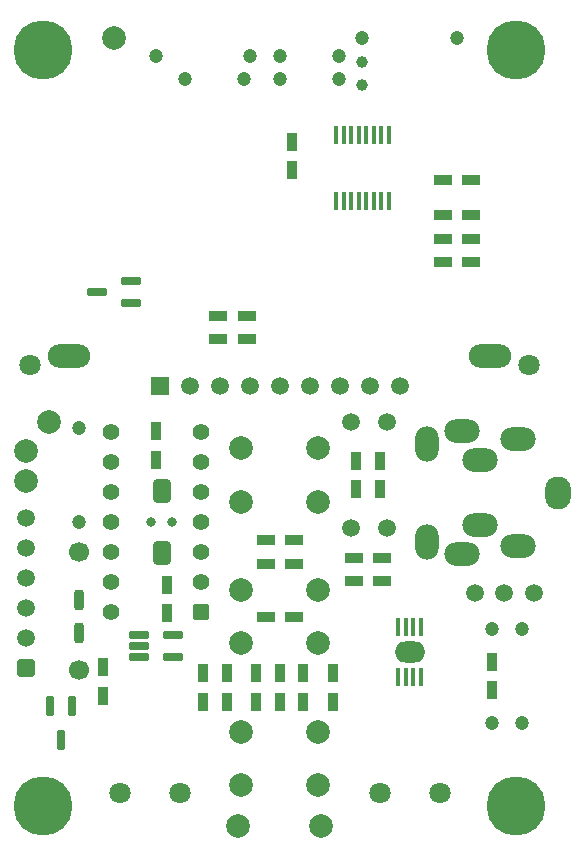
<source format=gbs>
G04 #@! TF.GenerationSoftware,KiCad,Pcbnew,7.0.8*
G04 #@! TF.CreationDate,2024-02-28T21:31:28+09:00*
G04 #@! TF.ProjectId,KT0913_Digital_Radio_1.2w,4b543039-3133-45f4-9469-676974616c5f,rev?*
G04 #@! TF.SameCoordinates,Original*
G04 #@! TF.FileFunction,Soldermask,Bot*
G04 #@! TF.FilePolarity,Negative*
%FSLAX46Y46*%
G04 Gerber Fmt 4.6, Leading zero omitted, Abs format (unit mm)*
G04 Created by KiCad (PCBNEW 7.0.8) date 2024-02-28 21:31:28*
%MOMM*%
%LPD*%
G01*
G04 APERTURE LIST*
G04 Aperture macros list*
%AMRoundRect*
0 Rectangle with rounded corners*
0 $1 Rounding radius*
0 $2 $3 $4 $5 $6 $7 $8 $9 X,Y pos of 4 corners*
0 Add a 4 corners polygon primitive as box body*
4,1,4,$2,$3,$4,$5,$6,$7,$8,$9,$2,$3,0*
0 Add four circle primitives for the rounded corners*
1,1,$1+$1,$2,$3*
1,1,$1+$1,$4,$5*
1,1,$1+$1,$6,$7*
1,1,$1+$1,$8,$9*
0 Add four rect primitives between the rounded corners*
20,1,$1+$1,$2,$3,$4,$5,0*
20,1,$1+$1,$4,$5,$6,$7,0*
20,1,$1+$1,$6,$7,$8,$9,0*
20,1,$1+$1,$8,$9,$2,$3,0*%
%AMFreePoly0*
4,1,21,-0.698500,0.419100,-0.677232,0.526022,-0.616666,0.616666,-0.526022,0.677232,-0.419100,0.698500,0.419100,0.698500,0.526022,0.677232,0.616666,0.616666,0.677232,0.526022,0.698500,0.419100,0.698500,-0.419100,0.677232,-0.526022,0.616666,-0.616666,0.526022,-0.677232,0.419100,-0.698500,-0.419100,-0.698500,-0.526022,-0.677232,-0.616666,-0.616666,-0.677232,-0.526022,-0.698500,-0.419100,
-0.698500,0.419100,-0.698500,0.419100,$1*%
%AMFreePoly1*
4,1,25,-0.750000,0.450000,-0.742031,0.518685,-0.697499,0.619541,-0.619541,0.697499,-0.518685,0.742031,-0.450000,0.750000,0.450000,0.750000,0.518685,0.742031,0.619541,0.697499,0.697499,0.619541,0.742031,0.518685,0.750000,0.450000,0.750000,-0.450000,0.742031,-0.518685,0.697499,-0.619541,0.619541,-0.697499,0.518685,-0.742031,0.450000,-0.750000,-0.450000,-0.750000,-0.518685,-0.742031,
-0.619541,-0.697499,-0.697499,-0.619541,-0.742031,-0.518685,-0.750000,-0.450000,-0.750000,0.450000,-0.750000,0.450000,$1*%
G04 Aperture macros list end*
%ADD10FreePoly0,90.000000*%
%ADD11C,1.397000*%
%ADD12C,2.000000*%
%ADD13C,5.000000*%
%ADD14C,1.500000*%
%ADD15C,1.200000*%
%ADD16C,1.000000*%
%ADD17C,1.800000*%
%ADD18O,2.200000X2.800000*%
%ADD19O,3.000000X2.000000*%
%ADD20O,2.000000X3.000000*%
%ADD21C,1.700000*%
%ADD22R,1.500000X1.500000*%
%ADD23O,3.600000X2.000000*%
%ADD24RoundRect,0.230000X0.230000X-0.570000X0.230000X0.570000X-0.230000X0.570000X-0.230000X-0.570000X0*%
%ADD25RoundRect,0.230000X0.570000X0.230000X-0.570000X0.230000X-0.570000X-0.230000X0.570000X-0.230000X0*%
%ADD26RoundRect,0.230000X-0.570000X-0.230000X0.570000X-0.230000X0.570000X0.230000X-0.570000X0.230000X0*%
%ADD27RoundRect,0.200000X-0.200000X0.650000X-0.200000X-0.650000X0.200000X-0.650000X0.200000X0.650000X0*%
%ADD28RoundRect,0.230000X-0.230000X0.570000X-0.230000X-0.570000X0.230000X-0.570000X0.230000X0.570000X0*%
%ADD29RoundRect,0.085000X-0.085000X0.715000X-0.085000X-0.715000X0.085000X-0.715000X0.085000X0.715000X0*%
%ADD30O,2.600000X1.800000*%
%ADD31RoundRect,0.100000X-0.100000X0.700000X-0.100000X-0.700000X0.100000X-0.700000X0.100000X0.700000X0*%
%ADD32FreePoly1,90.000000*%
%ADD33C,0.800000*%
%ADD34RoundRect,0.400000X-0.400000X0.600000X-0.400000X-0.600000X0.400000X-0.600000X0.400000X0.600000X0*%
%ADD35RoundRect,0.162500X0.712500X0.162500X-0.712500X0.162500X-0.712500X-0.162500X0.712500X-0.162500X0*%
%ADD36RoundRect,0.162500X-0.162500X0.712500X-0.162500X-0.712500X0.162500X-0.712500X0.162500X0.712500X0*%
%ADD37RoundRect,0.150000X-0.725000X-0.150000X0.725000X-0.150000X0.725000X0.150000X-0.725000X0.150000X0*%
%ADD38RoundRect,0.162500X-0.712500X-0.162500X0.712500X-0.162500X0.712500X0.162500X-0.712500X0.162500X0*%
G04 APERTURE END LIST*
D10*
X116310000Y-100620000D03*
D11*
X116310000Y-98080000D03*
X116310000Y-95540000D03*
X116310000Y-93000000D03*
X116310000Y-90460000D03*
X116310000Y-87920000D03*
X116310000Y-85380000D03*
X108690000Y-85380000D03*
X108690000Y-87920000D03*
X108690000Y-90460000D03*
X108690000Y-93000000D03*
X108690000Y-95540000D03*
X108690000Y-98080000D03*
X108690000Y-100620000D03*
D12*
X119750000Y-98750000D03*
X126250000Y-98750000D03*
X119750000Y-103250000D03*
X126250000Y-103250000D03*
D13*
X143000000Y-53000000D03*
D12*
X109000000Y-52000000D03*
D14*
X139500000Y-99000000D03*
X142000000Y-99000000D03*
X144500000Y-99000000D03*
D13*
X103000000Y-117000000D03*
D12*
X101500000Y-87000000D03*
X119500000Y-118700000D03*
D15*
X143500000Y-110000000D03*
X143500000Y-102000000D03*
D14*
X132059921Y-93500000D03*
X132059921Y-84500000D03*
D12*
X119750000Y-110750000D03*
X126250000Y-110750000D03*
X119750000Y-115250000D03*
X126250000Y-115250000D03*
D14*
X129000000Y-93500000D03*
X129000000Y-84500000D03*
D16*
X130000000Y-54000000D03*
X130000000Y-56000000D03*
D15*
X138000000Y-52000000D03*
X130000000Y-52000000D03*
D12*
X103500000Y-84500000D03*
X126250000Y-91250000D03*
X119750000Y-91250000D03*
X126250000Y-86750000D03*
X119750000Y-86750000D03*
D13*
X143000000Y-117000000D03*
D15*
X120000000Y-55500000D03*
X115000000Y-55500000D03*
D17*
X109460000Y-115936000D03*
X114540000Y-115936000D03*
D12*
X101500000Y-89500000D03*
D18*
X146600000Y-90500000D03*
X146600000Y-90500000D03*
D19*
X143200000Y-85950000D03*
X143200000Y-95050000D03*
X138450000Y-85280000D03*
X138450000Y-95720000D03*
D20*
X135450000Y-86350000D03*
X135450000Y-94650000D03*
D19*
X140000000Y-87730000D03*
X140000000Y-93270000D03*
D21*
X106000000Y-95500000D03*
X106000000Y-105500000D03*
D13*
X103000000Y-53000000D03*
D15*
X123000000Y-53500000D03*
X128000000Y-53500000D03*
X123000000Y-55500000D03*
X128000000Y-55500000D03*
D17*
X101900000Y-79700000D03*
X144100000Y-79700000D03*
D22*
X112840000Y-81500000D03*
D14*
X115380000Y-81500000D03*
X117920000Y-81500000D03*
X120460000Y-81500000D03*
X123000000Y-81500000D03*
X125540000Y-81500000D03*
X128080000Y-81500000D03*
X130620000Y-81500000D03*
X133160000Y-81500000D03*
D23*
X105200000Y-78900000D03*
X140800000Y-78900000D03*
D15*
X141000000Y-102000000D03*
X141000000Y-110000000D03*
D12*
X126500000Y-118700000D03*
D15*
X120500000Y-53500000D03*
X112500000Y-53500000D03*
X106000000Y-85000000D03*
X106000000Y-93000000D03*
D24*
X112500000Y-87700000D03*
X112500000Y-85300000D03*
D25*
X139200000Y-64000000D03*
X136800000Y-64000000D03*
D26*
X117800000Y-77500000D03*
X120200000Y-77500000D03*
D25*
X139200000Y-69000000D03*
X136800000Y-69000000D03*
D26*
X121800000Y-96500000D03*
X124200000Y-96500000D03*
D27*
X106000000Y-99600000D03*
X106000000Y-102400000D03*
D28*
X124000000Y-60800000D03*
X124000000Y-63200000D03*
D24*
X108000000Y-107700000D03*
X108000000Y-105300000D03*
D29*
X133025000Y-101900000D03*
X133675000Y-101900000D03*
X134325000Y-101900000D03*
X134975000Y-101900000D03*
X134975000Y-106100000D03*
X134325000Y-106100000D03*
X133675000Y-106100000D03*
X133025000Y-106100000D03*
D30*
X134000000Y-104000000D03*
D31*
X127777500Y-60200000D03*
X128412500Y-60200000D03*
X129047500Y-60200000D03*
X129682500Y-60200000D03*
X130317500Y-60200000D03*
X130952500Y-60200000D03*
X131587500Y-60200000D03*
X132222500Y-60200000D03*
X132222500Y-65800000D03*
X131587500Y-65800000D03*
X130952500Y-65800000D03*
X130317500Y-65800000D03*
X129682500Y-65800000D03*
X129047500Y-65800000D03*
X128412500Y-65800000D03*
X127777500Y-65800000D03*
D28*
X116500000Y-105800000D03*
X116500000Y-108200000D03*
D25*
X139200000Y-71000000D03*
X136800000Y-71000000D03*
D32*
X101500000Y-105350000D03*
D14*
X101500000Y-102810000D03*
X101500000Y-100270000D03*
X101500000Y-97730000D03*
X101500000Y-95190000D03*
X101500000Y-92650000D03*
D28*
X118500000Y-105800000D03*
X118500000Y-108200000D03*
D24*
X113500000Y-100700000D03*
X113500000Y-98300000D03*
D25*
X131700000Y-96000000D03*
X129300000Y-96000000D03*
D24*
X131500000Y-90200000D03*
X131500000Y-87800000D03*
D33*
X113900000Y-93000000D03*
X112100000Y-93000000D03*
D34*
X113000000Y-90400000D03*
X113000000Y-95600000D03*
D24*
X129500000Y-90200000D03*
X129500000Y-87800000D03*
D28*
X127500000Y-105800000D03*
X127500000Y-108200000D03*
D17*
X136540000Y-115936000D03*
X131460000Y-115936000D03*
D25*
X139200000Y-67000000D03*
X136800000Y-67000000D03*
X131700000Y-98000000D03*
X129300000Y-98000000D03*
D24*
X123000000Y-108200000D03*
X123000000Y-105800000D03*
D35*
X110450000Y-72550000D03*
X110450000Y-74450000D03*
X107550000Y-73500000D03*
D28*
X141000000Y-104800000D03*
X141000000Y-107200000D03*
D36*
X103550000Y-108550000D03*
X105450000Y-108550000D03*
X104500000Y-111450000D03*
D24*
X121000000Y-108200000D03*
X121000000Y-105800000D03*
D26*
X121800000Y-101000000D03*
X124200000Y-101000000D03*
D25*
X120200000Y-75500000D03*
X117800000Y-75500000D03*
D37*
X111050000Y-104450000D03*
X111050000Y-103500000D03*
X111050000Y-102550000D03*
D38*
X113950000Y-102550000D03*
X113950000Y-104450000D03*
D28*
X125000000Y-105800000D03*
X125000000Y-108200000D03*
D26*
X121800000Y-94500000D03*
X124200000Y-94500000D03*
M02*

</source>
